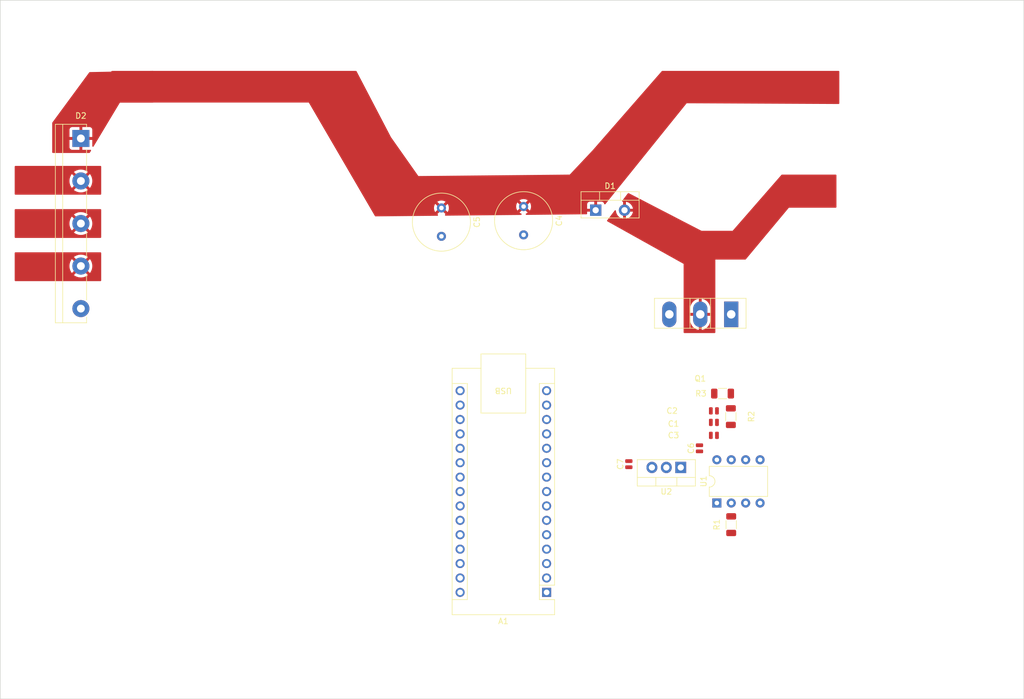
<source format=kicad_pcb>
(kicad_pcb (version 20211014) (generator pcbnew)
  (layers (0 "F.Cu" signal) (31 "B.Cu" signal) (34 "B.Paste" user) (35 "F.Paste" user) (36 "B.SilkS" user "B.Silkscreen") (37 "F.SilkS" user "F.Silkscreen") (38 "B.Mask" user) (39 "F.Mask" user) (44 "Edge.Cuts" user))
  (net 0 "")
  (net 4 "GND1")
  (net 12 "PWM")
  (net 29 "V_in_arduino")
  (net 30 "Vcc")
  (net 31 "Vout")
  (net 32 "PhaseA")
  (net 33 "PhaseB")
  (net 34 "PhaseC")
  (net 35 "Net-(R1-Pad2)")
  (net 36 "Net-(R2-Pad1)")
  (net 38 "GND")
  (net 40 "Drain")
  (net 41 "Gate")
  (footprint "Resistor_SMD:R_1206_3216Metric" (layer "F.Cu") (at 176.9765 92.466 90)
    (fp_text reference "R2" (at 0 3.6175 90) (layer "F.SilkS"))
    (fp_text value "10")
    (fp_line (start -0.727064 0.91) (end 0.727064 0.91) (layer "F.SilkS") (width 0.12))
    (fp_line (start -0.727064 -0.91) (end 0.727064 -0.91) (layer "F.SilkS") (width 0.12))
    (pad "1" smd roundrect (at -1.4625 0 90) (size 1.125 1.75) (layers "F.Cu" "F.Paste" "F.Mask") (roundrect_rratio 0.222222) (net 36 "Net-(R2-Pad1)"))
    (pad "2" smd roundrect (at 1.4625 0 90) (size 1.125 1.75) (layers "F.Cu" "F.Paste" "F.Mask") (roundrect_rratio 0.222222) (net 41 "Gate"))
  )
  (footprint "Package_TO_SOT_THT:TO-247-3_Vertical" (layer "F.Cu") (at 177.038 74.432 180)
    (fp_text reference "Q1" (at 5.45 -11.324) (layer "F.SilkS"))
    (fp_text value "C2M0080120D")
    (fp_line (start -2.62 2.82) (end 13.52 2.82) (layer "F.SilkS") (width 0.12))
    (fp_line (start 3.646 -2.451) (end 3.646 2.82) (layer "F.SilkS") (width 0.12))
    (fp_line (start -2.62 -2.451) (end 13.52 -2.451) (layer "F.SilkS") (width 0.12))
    (fp_line (start 13.52 -2.451) (end 13.52 2.82) (layer "F.SilkS") (width 0.12))
    (fp_line (start -2.62 -2.451) (end -2.62 2.82) (layer "F.SilkS") (width 0.12))
    (fp_line (start 7.255 -2.451) (end 7.255 2.82) (layer "F.SilkS") (width 0.12))
    (pad "1" thru_hole rect (at 0 0 180) (size 2.5 4.5) (drill 1.5) (layers *.Cu *.Mask) (net 41 "Gate"))
    (pad "2" thru_hole oval (at 5.45 0 180) (size 2.5 4.5) (drill 1.5) (layers *.Cu *.Mask) (net 40 "Drain"))
    (pad "3" thru_hole oval (at 10.9 0 180) (size 2.5 4.5) (drill 1.5) (layers *.Cu *.Mask) (net 4 "GND1"))
  )
  (footprint "Capacitor_SMD:C_0504_1310Metric" (layer "F.Cu") (at 173.99 95.768 180)
    (fp_text reference "C3" (at 7.112 0) (layer "F.SilkS"))
    (fp_text value "10n")
    (pad "1" smd roundrect (at -0.54 0 180) (size 0.66 1.28) (layers "F.Cu" "F.Paste" "F.Mask") (net 30 "Vcc"))
    (pad "2" smd roundrect (at 0.54 0 180) (size 0.66 1.28) (layers "F.Cu" "F.Paste" "F.Mask") (net 4 "GND1"))
  )
  (footprint "Capacitor_SMD:C_0504_1310Metric" (layer "F.Cu") (at 171.45 98.054 90)
    (fp_text reference "C6" (at 0 -1.49 90) (layer "F.SilkS"))
    (fp_text value "0.33u")
    (pad "1" smd roundrect (at -0.54 0 90) (size 0.66 1.28) (layers "F.Cu" "F.Paste" "F.Mask") (net 30 "Vcc"))
    (pad "2" smd roundrect (at 0.54 0 90) (size 0.66 1.28) (layers "F.Cu" "F.Paste" "F.Mask") (net 4 "GND1"))
  )
  (footprint "Module:Arduino_Nano" (layer "F.Cu") (at 144.516 123.454 180)
    (fp_text reference "A1" (at 7.62 -5.08) (layer "F.SilkS"))
    (fp_text value "Arduino_Nano_v2.x")
    (fp_text user "USB" (at 7.62 35.56 180 unlocked) (layer "F.SilkS"))
    (fp_line (start 13.97 36.83) (end 16.64 36.83) (layer "F.SilkS") (width 0.12))
    (fp_line (start 1.27 1.27) (end -1.4 1.27) (layer "F.SilkS") (width 0.12))
    (fp_line (start 1.27 1.27) (end 1.27 36.83) (layer "F.SilkS") (width 0.12))
    (fp_line (start 13.97 -1.27) (end 16.64 -1.27) (layer "F.SilkS") (width 0.12))
    (fp_line (start 1.27 36.83) (end -1.4 36.83) (layer "F.SilkS") (width 0.12))
    (fp_line (start 3.68 42.04) (end 3.68 31.62) (layer "F.SilkS") (width 0.12))
    (fp_line (start 11.56 31.62) (end 11.56 42.04) (layer "F.SilkS") (width 0.12))
    (fp_line (start 1.27 -1.27) (end -1.4 -1.27) (layer "F.SilkS") (width 0.12))
    (fp_line (start 11.56 42.04) (end 3.68 42.04) (layer "F.SilkS") (width 0.12))
    (fp_line (start 16.64 39.5) (end 11.56 39.5) (layer "F.SilkS") (width 0.12))
    (fp_line (start 16.64 39.5) (end 16.64 -3.94) (layer "F.SilkS") (width 0.12))
    (fp_line (start -1.4 -3.94) (end -1.4 -1.27) (layer "F.SilkS") (width 0.12))
    (fp_line (start -1.4 1.27) (end -1.4 39.5) (layer "F.SilkS") (width 0.12))
    (fp_line (start 13.97 -1.27) (end 13.97 36.83) (layer "F.SilkS") (width 0.12))
    (fp_line (start -1.4 39.5) (end 3.68 39.5) (layer "F.SilkS") (width 0.12))
    (fp_line (start 1.27 1.27) (end 1.27 -1.27) (layer "F.SilkS") (width 0.12))
    (fp_line (start 3.68 31.62) (end 11.56 31.62) (layer "F.SilkS") (width 0.12))
    (fp_line (start 16.64 -3.94) (end -1.4 -3.94) (layer "F.SilkS") (width 0.12))
    (pad "1" thru_hole rect (at 0 0 180) (size 1.6 1.6) (drill 1) (layers *.Cu *.Mask))
    (pad "2" thru_hole oval (at 0 2.54 180) (size 1.6 1.6) (drill 1) (layers *.Cu *.Mask))
    (pad "3" thru_hole oval (at 0 5.08 180) (size 1.6 1.6) (drill 1) (layers *.Cu *.Mask))
    (pad "4" thru_hole oval (at 0 7.62 180) (size 1.6 1.6) (drill 1) (layers *.Cu *.Mask) (net 4 "GND1"))
    (pad "5" thru_hole oval (at 0 10.16 180) (size 1.6 1.6) (drill 1) (layers *.Cu *.Mask))
    (pad "6" thru_hole oval (at 0 12.7 180) (size 1.6 1.6) (drill 1) (layers *.Cu *.Mask))
    (pad "7" thru_hole oval (at 0 15.24 180) (size 1.6 1.6) (drill 1) (layers *.Cu *.Mask))
    (pad "8" thru_hole oval (at 0 17.78 180) (size 1.6 1.6) (drill 1) (layers *.Cu *.Mask))
    (pad "9" thru_hole oval (at 0 20.32 180) (size 1.6 1.6) (drill 1) (layers *.Cu *.Mask))
    (pad "10" thru_hole oval (at 0 22.86 180) (size 1.6 1.6) (drill 1) (layers *.Cu *.Mask))
    (pad "11" thru_hole oval (at 0 25.4 180) (size 1.6 1.6) (drill 1) (layers *.Cu *.Mask))
    (pad "12" thru_hole oval (at 0 27.94 180) (size 1.6 1.6) (drill 1) (layers *.Cu *.Mask) (net 12 "PWM"))
    (pad "13" thru_hole oval (at 0 30.48 180) (size 1.6 1.6) (drill 1) (layers *.Cu *.Mask))
    (pad "14" thru_hole oval (at 0 33.02 180) (size 1.6 1.6) (drill 1) (layers *.Cu *.Mask))
    (pad "15" thru_hole oval (at 0 35.56 180) (size 1.6 1.6) (drill 1) (layers *.Cu *.Mask))
    (pad "16" thru_hole oval (at 15.24 35.56 180) (size 1.6 1.6) (drill 1) (layers *.Cu *.Mask))
    (pad "17" thru_hole oval (at 15.24 33.02 180) (size 1.6 1.6) (drill 1) (layers *.Cu *.Mask))
    (pad "18" thru_hole oval (at 15.24 30.48 180) (size 1.6 1.6) (drill 1) (layers *.Cu *.Mask))
    (pad "19" thru_hole oval (at 15.24 27.94 180) (size 1.6 1.6) (drill 1) (layers *.Cu *.Mask))
    (pad "20" thru_hole oval (at 15.24 25.4 180) (size 1.6 1.6) (drill 1) (layers *.Cu *.Mask))
    (pad "21" thru_hole oval (at 15.24 22.86 180) (size 1.6 1.6) (drill 1) (layers *.Cu *.Mask))
    (pad "22" thru_hole oval (at 15.24 20.32 180) (size 1.6 1.6) (drill 1) (layers *.Cu *.Mask))
    (pad "23" thru_hole oval (at 15.24 17.78 180) (size 1.6 1.6) (drill 1) (layers *.Cu *.Mask))
    (pad "24" thru_hole oval (at 15.24 15.24 180) (size 1.6 1.6) (drill 1) (layers *.Cu *.Mask))
    (pad "25" thru_hole oval (at 15.24 12.7 180) (size 1.6 1.6) (drill 1) (layers *.Cu *.Mask))
    (pad "26" thru_hole oval (at 15.24 10.16 180) (size 1.6 1.6) (drill 1) (layers *.Cu *.Mask))
    (pad "27" thru_hole oval (at 15.24 7.62 180) (size 1.6 1.6) (drill 1) (layers *.Cu *.Mask))
    (pad "28" thru_hole oval (at 15.24 5.08 180) (size 1.6 1.6) (drill 1) (layers *.Cu *.Mask))
    (pad "29" thru_hole oval (at 15.24 2.54 180) (size 1.6 1.6) (drill 1) (layers *.Cu *.Mask) (net 4 "GND1"))
    (pad "30" thru_hole oval (at 15.24 0 180) (size 1.6 1.6) (drill 1) (layers *.Cu *.Mask) (net 29 "V_in_arduino"))
  )
  (footprint "Package_TO_SOT_THT:TO-220-3_Vertical" (layer "F.Cu") (at 168.148 101.427 180)
    (fp_text reference "U2" (at 2.54 -4.27) (layer "F.SilkS"))
    (fp_text value "L7808")
    (fp_line (start 0.69 -3.27) (end 0.69 -1.76) (layer "F.SilkS") (width 0.12))
    (fp_line (start 7.66 -3.27) (end 7.66 1.371) (layer "F.SilkS") (width 0.12))
    (fp_line (start 4.391 -3.27) (end 4.391 -1.76) (layer "F.SilkS") (width 0.12))
    (fp_line (start -2.58 1.371) (end 7.66 1.371) (layer "F.SilkS") (width 0.12))
    (fp_line (start -2.58 -3.27) (end 7.66 -3.27) (layer "F.SilkS") (width 0.12))
    (fp_line (start -2.58 -1.76) (end 7.66 -1.76) (layer "F.SilkS") (width 0.12))
    (fp_line (start -2.58 -3.27) (end -2.58 1.371) (layer "F.SilkS") (width 0.12))
    (pad "1" thru_hole rect (at 0 0 180) (size 1.905 2) (drill 1.1) (layers *.Cu *.Mask) (net 30 "Vcc"))
    (pad "2" thru_hole oval (at 2.54 0 180) (size 1.905 2) (drill 1.1) (layers *.Cu *.Mask) (net 4 "GND1"))
    (pad "3" thru_hole oval (at 5.08 0 180) (size 1.905 2) (drill 1.1) (layers *.Cu *.Mask) (net 29 "V_in_arduino"))
  )
  (footprint "Diode_THT:Diode_Bridge_IXYS_GUFP" (layer "F.Cu") (at 62.46 43.42)
    (fp_text reference "D2" (at 0 -4) (layer "F.SilkS"))
    (fp_text value "GUO40-12NO1")
    (fp_line (start 1 9) (end 1 13.5) (layer "F.SilkS") (width 0.12))
    (fp_line (start 1 2) (end 1 6) (layer "F.SilkS") (width 0.12))
    (fp_line (start -3.2 -2.5) (end -3.2 32.5) (layer "F.SilkS") (width 0.12))
    (fp_line (start 1 -2.5) (end -4.5 -2.5) (layer "F.SilkS") (width 0.12))
    (fp_line (start 1 24) (end 1 28.5) (layer "F.SilkS") (width 0.12))
    (fp_line (start 1 32.5) (end -4.5 32.5) (layer "F.SilkS") (width 0.12))
    (fp_line (start 1 16.5) (end 1 21) (layer "F.SilkS") (width 0.12))
    (fp_line (start 1 -2.5) (end 1 -2) (layer "F.SilkS") (width 0.12))
    (fp_line (start 1 31.5) (end 1 32.5) (layer "F.SilkS") (width 0.12))
    (fp_line (start -4.5 -2.5) (end -4.5 32.5) (layer "F.SilkS") (width 0.12))
    (pad "1" thru_hole rect (at 0 0) (size 3 3) (drill 1.39) (layers *.Cu *.Mask) (net 31 "Vout"))
    (pad "2" thru_hole circle (at 0 7.5) (size 3 3) (drill 1.39) (layers *.Cu *.Mask) (net 32 "PhaseA"))
    (pad "3" thru_hole circle (at 0 15) (size 3 3) (drill 1.39) (layers *.Cu *.Mask) (net 33 "PhaseB"))
    (pad "4" thru_hole circle (at 0 22.5) (size 3 3) (drill 1.39) (layers *.Cu *.Mask) (net 34 "PhaseC"))
    (pad "5" thru_hole circle (at 0 30) (size 3 3) (drill 1.39) (layers *.Cu *.Mask) (net 4 "GND1"))
  )
  (footprint "Resistor_SMD:R_1206_3216Metric" (layer "F.Cu") (at 177.038 111.516 90)
    (fp_text reference "R1" (at 0 -2.54 90) (layer "F.SilkS"))
    (fp_text value "510")
    (fp_line (start -0.727064 0.91) (end 0.727064 0.91) (layer "F.SilkS") (width 0.12))
    (fp_line (start -0.727064 -0.91) (end 0.727064 -0.91) (layer "F.SilkS") (width 0.12))
    (pad "1" smd roundrect (at -1.4625 0 90) (size 1.125 1.75) (layers "F.Cu" "F.Paste" "F.Mask") (roundrect_rratio 0.222222) (net 12 "PWM"))
    (pad "2" smd roundrect (at 1.4625 0 90) (size 1.125 1.75) (layers "F.Cu" "F.Paste" "F.Mask") (roundrect_rratio 0.222222) (net 35 "Net-(R1-Pad2)"))
  )
  (footprint "Capacitor_SMD:C_0504_1310Metric" (layer "F.Cu") (at 173.99 91.45)
    (fp_text reference "C2" (at -7.366 0) (layer "F.SilkS"))
    (fp_text value "10n")
    (pad "1" smd roundrect (at -0.54 0) (size 0.66 1.28) (layers "F.Cu" "F.Paste" "F.Mask") (net 30 "Vcc"))
    (pad "2" smd roundrect (at 0.54 0) (size 0.66 1.28) (layers "F.Cu" "F.Paste" "F.Mask") (net 4 "GND1"))
  )
  (footprint "Capacitor_SMD:C_0504_1310Metric" (layer "F.Cu") (at 173.99 93.482 180)
    (fp_text reference "C1" (at 7.112 -0.254) (layer "F.SilkS"))
    (fp_text value "100n")
    (pad "1" smd roundrect (at -0.54 0 180) (size 0.66 1.28) (layers "F.Cu" "F.Paste" "F.Mask") (net 30 "Vcc"))
    (pad "2" smd roundrect (at 0.54 0 180) (size 0.66 1.28) (layers "F.Cu" "F.Paste" "F.Mask") (net 4 "GND1"))
  )
  (footprint "Package_TO_SOT_THT:TO-220-2_Vertical" (layer "F.Cu") (at 153.162 56.073)
    (fp_text reference "D1" (at 2.54 -4.27) (layer "F.SilkS"))
    (fp_text value "BYV79-100")
    (fp_line (start -2.58 -3.27) (end 7.66 -3.27) (layer "F.SilkS") (width 0.12))
    (fp_line (start -2.58 1.371) (end 7.66 1.371) (layer "F.SilkS") (width 0.12))
    (fp_line (start -2.58 -3.27) (end -2.58 1.371) (layer "F.SilkS") (width 0.12))
    (fp_line (start 4.391 -3.27) (end 4.391 -1.76) (layer "F.SilkS") (width 0.12))
    (fp_line (start 7.66 -3.27) (end 7.66 1.371) (layer "F.SilkS") (width 0.12))
    (fp_line (start -2.58 -1.76) (end 7.66 -1.76) (layer "F.SilkS") (width 0.12))
    (fp_line (start 0.69 -3.27) (end 0.69 -1.76) (layer "F.SilkS") (width 0.12))
    (pad "1" thru_hole rect (at 0 0) (size 2 2) (drill 1.1) (layers *.Cu *.Mask) (net 31 "Vout"))
    (pad "2" thru_hole oval (at 5.08 0) (size 2 2) (drill 1.1) (layers *.Cu *.Mask) (net 40 "Drain"))
  )
  (footprint "Capacitor_THT:C_Radial_D10.0mm_H16.0mm_P5.00mm" (layer "F.Cu") (at 125.984 55.676 -90)
    (fp_text reference "C5" (at 2.5 -6.25 90) (layer "F.SilkS"))
    (fp_text value "470u")
    (fp_circle (center 2.5 0) (end 7.62 0) (layer "F.SilkS") (width 0.12) (fill none))
    (pad "1" thru_hole circle (at 0 0 270) (size 1.6 1.6) (drill 0.8) (layers *.Cu *.Mask) (net 31 "Vout"))
    (pad "2" thru_hole circle (at 5 0 270) (size 1.6 1.6) (drill 0.8) (layers *.Cu *.Mask) (net 4 "GND1"))
  )
  (footprint "Package_DIP:DIP-8_W7.62mm" (layer "F.Cu") (at 174.508 107.696 90)
    (fp_text reference "U1" (at 3.81 -2.33 90) (layer "F.SilkS"))
    (fp_text value "TLP250")
    (fp_line (start 2.81 -1.33) (end 1.16 -1.33) (layer "F.SilkS") (width 0.12))
    (fp_line (start 1.16 8.95) (end 6.46 8.95) (layer "F.SilkS") (width 0.12))
    (fp_line (start 1.16 -1.33) (end 1.16 8.95) (layer "F.SilkS") (width 0.12))
    (fp_line (start 6.46 -1.33) (end 4.81 -1.33) (layer "F.SilkS") (width 0.12))
    (fp_line (start 6.46 8.95) (end 6.46 -1.33) (layer "F.SilkS") (width 0.12))
    (fp_arc (start 4.81 -1.33) (mid 3.81 -0.33) (end 2.81 -1.33) (layer "F.SilkS") (width 0.12))
    (pad "1" thru_hole rect (at 0 0 90) (size 1.6 1.6) (drill 0.8) (layers *.Cu *.Mask))
    (pad "2" thru_hole oval (at 0 2.54 90) (size 1.6 1.6) (drill 0.8) (layers *.Cu *.Mask) (net 35 "Net-(R1-Pad2)"))
    (pad "3" thru_hole oval (at 0 5.08 90) (size 1.6 1.6) (drill 0.8) (layers *.Cu *.Mask) (net 38 "GND"))
    (pad "4" thru_hole oval (at 0 7.62 90) (size 1.6 1.6) (drill 0.8) (layers *.Cu *.Mask))
    (pad "5" thru_hole oval (at 7.62 7.62 90) (size 1.6 1.6) (drill 0.8) (layers *.Cu *.Mask) (net 4 "GND1"))
    (pad "6" thru_hole oval (at 7.62 5.08 90) (size 1.6 1.6) (drill 0.8) (layers *.Cu *.Mask) (net 36 "Net-(R2-Pad1)"))
    (pad "7" thru_hole oval (at 7.62 2.54 90) (size 1.6 1.6) (drill 0.8) (layers *.Cu *.Mask) (net 36 "Net-(R2-Pad1)"))
    (pad "8" thru_hole oval (at 7.62 0 90) (size 1.6 1.6) (drill 0.8) (layers *.Cu *.Mask) (net 30 "Vcc"))
  )
  (footprint "Capacitor_SMD:C_0504_1310Metric" (layer "F.Cu") (at 159.004 100.848 90)
    (fp_text reference "C7" (at 0 -1.49 90) (layer "F.SilkS"))
    (fp_text value "0.1u")
    (pad "1" smd roundrect (at -0.54 0 90) (size 0.66 1.28) (layers "F.Cu" "F.Paste" "F.Mask") (net 29 "V_in_arduino"))
    (pad "2" smd roundrect (at 0.54 0 90) (size 0.66 1.28) (layers "F.Cu" "F.Paste" "F.Mask") (net 4 "GND1"))
  )
  (footprint "Capacitor_THT:C_Radial_D10.0mm_H16.0mm_P5.00mm" (layer "F.Cu") (at 140.462 55.422 -90)
    (fp_text reference "C4" (at 2.5 -6.25 90) (layer "F.SilkS"))
    (fp_text value "470u")
    (fp_circle (center 2.5 0) (end 7.62 0) (layer "F.SilkS") (width 0.12) (fill none))
    (pad "1" thru_hole circle (at 0 0 270) (size 1.6 1.6) (drill 0.8) (layers *.Cu *.Mask) (net 31 "Vout"))
    (pad "2" thru_hole circle (at 5 0 270) (size 1.6 1.6) (drill 0.8) (layers *.Cu *.Mask) (net 4 "GND1"))
  )
  (footprint "Resistor_SMD:R_1206_3216Metric" (layer "F.Cu") (at 175.514 88.402 180)
    (fp_text reference "R3" (at 3.81 0) (layer "F.SilkS"))
    (fp_text value "10k")
    (fp_line (start -0.727064 -0.91) (end 0.727064 -0.91) (layer "F.SilkS") (width 0.12))
    (fp_line (start -0.727064 0.91) (end 0.727064 0.91) (layer "F.SilkS") (width 0.12))
    (pad "1" smd roundrect (at -1.4625 0 180) (size 1.125 1.75) (layers "F.Cu" "F.Paste" "F.Mask") (roundrect_rratio 0.222222) (net 41 "Gate"))
    (pad "2" smd roundrect (at 1.4625 0 180) (size 1.125 1.75) (layers "F.Cu" "F.Paste" "F.Mask") (roundrect_rratio 0.222222) (net 4 "GND1"))
  )
  (gr_line (start 48.26 142.24) (end 228.6 142.24) (layer "Edge.Cuts") (width 0.1))
  (gr_line (start 48.26 139.06) (end 48.26 142.24) (layer "Edge.Cuts") (width 0.1))
  (gr_line (start 228.6 142.24) (end 228.6 19.06) (layer "Edge.Cuts") (width 0.1))
  (gr_line (start 48.26 19.06) (end 48.26 139.06) (layer "Edge.Cuts") (width 0.1))
  (gr_line (start 228.6 19.06) (end 48.26 19.06) (layer "Edge.Cuts") (width 0.1))
  (zone (net 32) (net_name "PhaseA") (layer "F.Cu") (priority 1) (connect_pads (clearance 0.508)) (min_thickness 0.254) (fill yes (thermal_gap 0.508) (thermal_bridge_width 0.508))
    (polygon (pts (xy 66.04 53.34) (xy 50.8 53.34) (xy 50.8 48.26) (xy 66.04 48.26)))
  )
  (zone (net 31) (net_name "Vout") (layer "F.Cu") (priority 1) (connect_pads (clearance 0.508)) (min_thickness 0.254) (fill yes (thermal_gap 0.508) (thermal_bridge_width 0.508))
    (polygon (pts (xy 75.184 37.094) (xy 69.342 37.094) (xy 64.008 45.984) (xy 57.404 45.984) (xy 57.404 40.65) (xy 63.968215 31.720042) (xy 75.184 31.506)))
  )
  (zone (net 33) (net_name "PhaseB") (layer "F.Cu") (priority 1) (connect_pads (clearance 0.508)) (min_thickness 0.254) (fill yes (thermal_gap 0.508) (thermal_bridge_width 0.508))
    (polygon (pts (xy 66.04 60.96) (xy 50.8 60.96) (xy 50.8 55.88) (xy 66.04 55.88)))
  )
  (zone (net 40) (net_name "Drain") (layer "F.Cu") (priority 1) (connect_pads (clearance 0.508)) (min_thickness 0.254) (fill yes (thermal_gap 0.508) (thermal_bridge_width 0.508))
    (polygon (pts (xy 195.58 49.794) (xy 195.58 55.636) (xy 187.198 55.636) (xy 179.578 64.78) (xy 170.688 64.78) (xy 170.688 59.7) (xy 177.292 59.7) (xy 185.928 49.794)))
  )
  (zone (net 40) (net_name "Drain") (layer "F.Cu") (priority 1) (connect_pads (clearance 0.508)) (min_thickness 0.254) (fill yes (thermal_gap 0.508) (thermal_bridge_width 0.508))
    (polygon (pts (xy 174.244 60.97) (xy 174.244 77.734) (xy 168.656 77.734) (xy 168.656 65.542) (xy 155.09929 57.968137) (xy 158.894068 53.016123)))
  )
  (zone (net 31) (net_name "Vout") (layer "F.Cu") (priority 1) (connect_pads (clearance 0.508)) (min_thickness 0.254) (fill yes (thermal_gap 0.508) (thermal_bridge_width 0.508))
    (polygon (pts (xy 196.088 37.348) (xy 169.193708 37.216882) (xy 153.445708 56.774882) (xy 114.3 57.16) (xy 102.616 37.094) (xy 67.818 37.094) (xy 67.818 31.506) (xy 110.998 31.506) (xy 117.094 43.19) (xy 121.92 50.048) (xy 148.59 49.794) (xy 152.654 45.476) (xy 164.846 31.506) (xy 196.088 31.506)))
  )
  (zone (net 34) (net_name "PhaseC") (layer "F.Cu") (priority 1) (connect_pads (clearance 0.508)) (min_thickness 0.254) (fill yes (thermal_gap 0.508) (thermal_bridge_width 0.508))
    (polygon (pts (xy 66.04 68.58) (xy 50.8 68.58) (xy 50.8 63.5) (xy 66.04 63.5)))
  )
)
</source>
